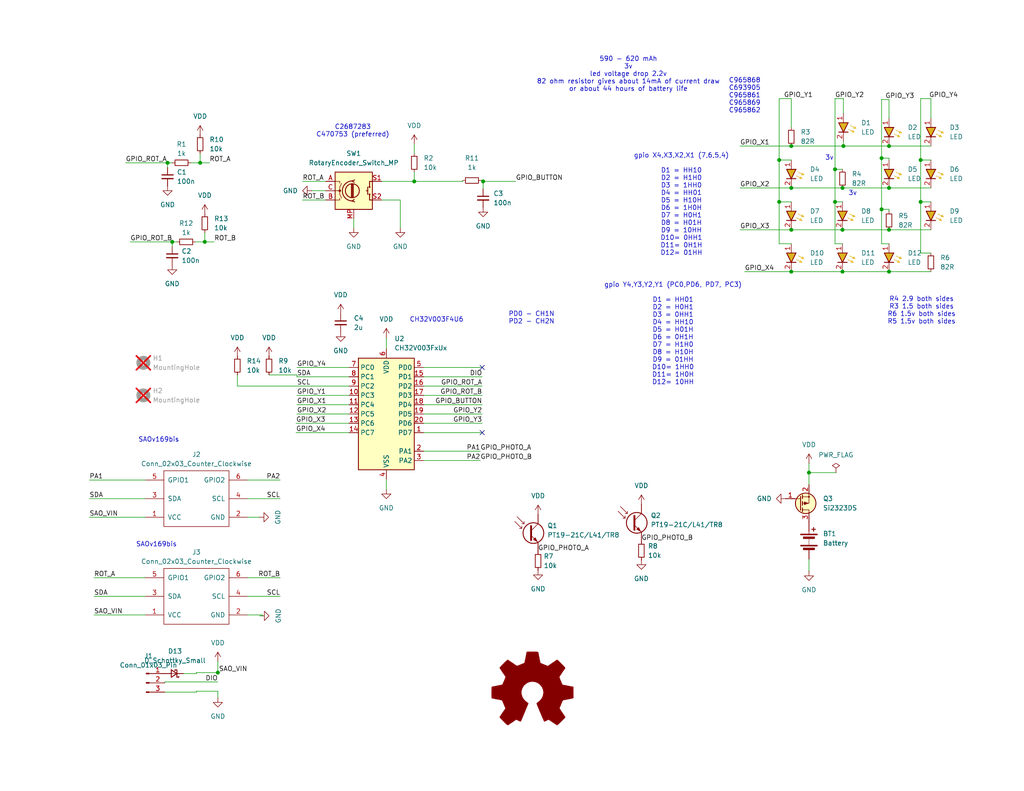
<source format=kicad_sch>
(kicad_sch (version 20231120) (generator "eeschema") (generator_version "8.0")
  (paper "USLetter")
  (title_block (date "2025-01-26"))
  (lib_symbols
    (symbol "Connector:Conn_01x03_Pin" (pin_names (offset 1.016) hide)
      (property "Reference" "J" (at 0 5.08 0))
      (property "Value" "Conn_01x03_Pin" (at 0 -5.08 0))
      (symbol "Conn_01x03_Pin_1_1"
        (pin passive line (at 5.08 2.54 180) (length 3.81) (name "Pin_1") (number "1"))
        (pin passive line (at 5.08 0 180) (length 3.81) (name "Pin_2") (number "2"))
        (pin passive line (at 5.08 -2.54 180) (length 3.81) (name "Pin_3") (number "3"))
      )
    )
    (symbol "Device:Battery" (pin_numbers hide) (pin_names (offset 0) hide)
      (property "Reference" "BT" (at 2.54 2.54 0))
      (property "Value" "Battery" (at 2.54 0 0))
      (symbol "Battery_1_1"
        (pin passive line (at 0 5.08 270) (length 2.54) (name "+") (number "1"))
        (pin passive line (at 0 -5.08 90) (length 2.54) (name "-") (number "2"))
      )
    )
    (symbol "Device:C_Small" (pin_numbers hide) (pin_names (offset 0.254) hide)
      (property "Reference" "C" (at 0.254 1.778 0))
      (property "Value" "C_Small" (at 0.254 -2.032 0))
      (symbol "C_Small_1_1"
        (pin passive line (at 0 2.54 270) (length 2.032) (name "~") (number "1"))
        (pin passive line (at 0 -2.54 90) (length 2.032) (name "~") (number "2"))
      )
    )
    (symbol "Device:D_Schottky_Small" (pin_numbers hide) (pin_names (offset 0.254) hide)
      (property "Reference" "D" (at -1.27 2.032 0))
      (property "Value" "D_Schottky_Small" (at -7.112 -2.032 0))
      (symbol "D_Schottky_Small_1_1"
        (pin passive line (at -2.54 0 0) (length 1.778) (name "K") (number "1"))
        (pin passive line (at 2.54 0 180) (length 1.778) (name "A") (number "2"))
      )
    )
    (symbol "Device:R_Small" (pin_numbers hide) (pin_names (offset 0.254) hide)
      (property "Reference" "R" (at 0.762 0.508 0))
      (property "Value" "R_Small" (at 0.762 -1.016 0))
      (symbol "R_Small_1_1"
        (pin passive line (at 0 2.54 270) (length 0.762) (name "~") (number "1"))
        (pin passive line (at 0 -2.54 90) (length 0.762) (name "~") (number "2"))
      )
    )
    (symbol "Device:RotaryEncoder_Switch_MP" (pin_names (offset 0.254) hide)
      (property "Reference" "SW" (at 0 8.89 0))
      (property "Value" "RotaryEncoder_Switch_MP" (at 0 6.35 0))
      (symbol "RotaryEncoder_Switch_MP_1_1"
        (pin passive line (at -7.62 2.54 0) (length 2.54) (name "A") (number "A"))
        (pin passive line (at -7.62 -2.54 0) (length 2.54) (name "B") (number "B"))
        (pin passive line (at -7.62 0 0) (length 2.54) (name "C") (number "C"))
        (pin passive line (at 0 -7.62 90) (length 2.54) (name "MP") (number "MP"))
        (pin passive line (at 7.62 2.54 180) (length 2.54) (name "S1") (number "S1"))
        (pin passive line (at 7.62 -2.54 180) (length 2.54) (name "S2") (number "S2"))
      )
    )
    (symbol "Graphic:Logo_Open_Hardware_Large" (in_bom no) (on_board no))
    (symbol "MCU_WCH_CH32V0:CH32V003FxUx"
      (property "Reference" "U" (at -7.62 17.78 0))
      (property "Value" "CH32V003FxUx" (at 7.62 17.78 0))
      (symbol "CH32V003FxUx_1_1"
        (pin bidirectional line (at 10.16 -5.08 180) (length 2.54) (name "PD7") (number "1"))
        (pin bidirectional line (at -10.16 5.08 0) (length 2.54) (name "PC3") (number "10"))
        (pin bidirectional line (at -10.16 2.54 0) (length 2.54) (name "PC4") (number "11"))
        (pin bidirectional line (at -10.16 0 0) (length 2.54) (name "PC5") (number "12"))
        (pin bidirectional line (at -10.16 -2.54 0) (length 2.54) (name "PC6") (number "13"))
        (pin bidirectional line (at -10.16 -5.08 0) (length 2.54) (name "PC7") (number "14"))
        (pin bidirectional line (at 10.16 10.16 180) (length 2.54) (name "PD1") (number "15"))
        (pin bidirectional line (at 10.16 7.62 180) (length 2.54) (name "PD2") (number "16"))
        (pin bidirectional line (at 10.16 5.08 180) (length 2.54) (name "PD3") (number "17"))
        (pin bidirectional line (at 10.16 2.54 180) (length 2.54) (name "PD4") (number "18"))
        (pin bidirectional line (at 10.16 0 180) (length 2.54) (name "PD5") (number "19"))
        (pin bidirectional line (at 10.16 -10.16 180) (length 2.54) (name "PA1") (number "2"))
        (pin bidirectional line (at 10.16 -2.54 180) (length 2.54) (name "PD6") (number "20"))
        (pin passive line (at 0 -17.78 90) (length 2.54) hide (name "VSS") (number "21"))
        (pin bidirectional line (at 10.16 -12.7 180) (length 2.54) (name "PA2") (number "3"))
        (pin power_in line (at 0 -17.78 90) (length 2.54) (name "VSS") (number "4"))
        (pin bidirectional line (at 10.16 12.7 180) (length 2.54) (name "PD0") (number "5"))
        (pin power_in line (at 0 17.78 270) (length 2.54) (name "VDD") (number "6"))
        (pin bidirectional line (at -10.16 12.7 0) (length 2.54) (name "PC0") (number "7"))
        (pin bidirectional line (at -10.16 10.16 0) (length 2.54) (name "PC1") (number "8"))
        (pin bidirectional line (at -10.16 7.62 0) (length 2.54) (name "PC2") (number "9"))
      )
    )
    (symbol "Mechanical:MountingHole" (pin_names (offset 1.016))
      (property "Reference" "H" (at 0 5.08 0))
      (property "Value" "MountingHole" (at 0 3.175 0))
    )
    (symbol "PCM_LED_AKL:LED_Generic_Reverse_Amber" (pin_names (offset 1.016) hide)
      (property "Reference" "LED" (at 0 7.62 0))
      (property "Value" "LED_Generic_Reverse_Amber" (at 0 5.08 0))
      (symbol "LED_Generic_Reverse_Amber_1_1"
        (pin passive line (at -3.81 0 0) (length 2.54) (name "A") (number "1"))
        (pin passive line (at 3.81 0 180) (length 2.54) (name "K") (number "2"))
      )
      (symbol "LED_Generic_Reverse_Amber_1_2"
        (pin passive line (at 2.54 2.54 180) (length 0) (name "K") (number "1"))
        (pin passive line (at -2.54 -2.54 0) (length 0) (name "A") (number "2"))
      )
    )
    (symbol "PCM_Transistor_MOSFET_AKL:Si2323DS" (pin_names hide)
      (property "Reference" "Q" (at 5.08 1.27 0))
      (property "Value" "Si2323DS" (at 5.08 -1.27 0))
      (symbol "Si2323DS_1_1"
        (pin input line (at -3.81 1.27 0) (length 2.54) (name "G") (number "1"))
        (pin passive line (at 2.54 5.08 270) (length 2.54) (name "S") (number "2"))
        (pin passive line (at 2.54 -5.08 90) (length 2.54) (name "D") (number "3"))
      )
    )
    (symbol "Sensor_Optical:KPS-3227" (pin_numbers hide)
      (property "Reference" "Q" (at 3.81 1.27 0))
      (property "Value" "KPS-3227" (at 7.62 -1.27 0))
      (symbol "KPS-3227_1_1"
        (pin passive line (at 0 5.08 270) (length 2.54) (name "~") (number "1"))
        (pin passive line (at 0 -5.08 90) (length 2.54) (name "~") (number "2"))
        (pin passive line (at 0 5.08 270) (length 2.54) hide (name "~") (number "3"))
        (pin passive line (at 0 -5.08 90) (length 2.54) hide (name "~") (number "4"))
      )
    )
    (symbol "Simple_Addon_v2:Simple_Addon_v2" (pin_names (offset 1.016))
      (property "Reference" "X" (at 0 0 0))
      (property "Value" "Simple_Addon_v2" (at 0 20.32 0))
      (symbol "Simple_Addon_v2_1_1"
        (pin input line (at -5.08 13.97 270) (length 5.08) (name "VCC") (number "1"))
        (pin input line (at -5.08 -13.97 90) (length 5.08) (name "GND") (number "2"))
        (pin input line (at 0 13.97 270) (length 5.08) (name "SDA") (number "3"))
        (pin input line (at 0 -13.97 90) (length 5.08) (name "SCL") (number "4"))
        (pin input line (at 5.08 13.97 270) (length 5.08) (name "GPIO1") (number "5"))
        (pin input line (at 5.08 -13.97 90) (length 5.08) (name "GPIO2") (number "6"))
      )
    )
    (symbol "power:GND" (power) (pin_numbers hide) (pin_names (offset 0) hide)
      (property "Value" "GND" (at 0 -3.81 0))
      (symbol "GND_1_1"
        (pin power_in line (at 0 0 270) (length 0) (name "~") (number "1"))
      )
    )
    (symbol "power:PWR_FLAG" (power) (pin_numbers hide) (pin_names (offset 0) hide)
      (property "Value" "PWR_FLAG" (at 0 3.81 0))
      (symbol "PWR_FLAG_0_0"
        (pin power_out line (at 0 0 90) (length 0) (name "~") (number "1"))
      )
    )
    (symbol "power:VDD" (power) (pin_numbers hide) (pin_names (offset 0) hide)
      (property "Value" "VDD" (at 0 3.556 0))
      (symbol "VDD_1_1"
        (pin power_in line (at 0 0 90) (length 0) (name "~") (number "1"))
      )
    )
  )
  (junction (at 229.87 74.168))
  (junction (at 240.538 43.18))
  (junction (at 242.57 74.168))
  (junction (at 230.124 39.878))
  (junction (at 212.598 55.118))
  (junction (at 242.57 62.738))
  (junction (at 227.838 55.118))
  (junction (at 215.9 62.738))
  (junction (at 46.99 66.04))
  (junction (at 251.206 55.118))
  (junction (at 229.87 51.308))
  (junction (at 242.57 39.878))
  (junction (at 55.88 66.04))
  (junction (at 215.9 74.168))
  (junction (at 131.826 49.53))
  (junction (at 54.61 44.45))
  (junction (at 45.72 44.45))
  (junction (at 113.03 49.53))
  (junction (at 212.598 43.688))
  (junction (at 215.9 39.878))
  (junction (at 251.206 43.688))
  (junction (at 240.538 57.15))
  (junction (at 59.436 183.642))
  (junction (at 215.9 51.308))
  (junction (at 227.838 46.228))
  (junction (at 220.726 129.032))
  (junction (at 242.57 51.308))
  (junction (at 229.87 62.738))
  (no_connect (at 131.572 100.33))
  (no_connect (at 131.572 118.11))
  (wire (pts (xy 131.318 49.276) (xy 131.826 49.276)))
  (wire (pts (xy 95.25 100.33) (xy 81.026 100.33)))
  (wire (pts (xy 115.57 102.87) (xy 131.572 102.87)))
  (wire (pts (xy 67.564 136.144) (xy 76.454 136.144)))
  (wire (pts (xy 59.436 188.722) (xy 59.436 190.5)))
  (wire (pts (xy 251.206 55.118) (xy 251.206 43.688)))
  (wire (pts (xy 113.03 49.53) (xy 113.03 46.99)))
  (wire (pts (xy 227.838 66.548) (xy 227.838 55.118)))
  (wire (pts (xy 95.25 107.95) (xy 81.026 107.95)))
  (wire (pts (xy 131.826 49.276) (xy 131.826 49.53)))
  (wire (pts (xy 212.598 55.118) (xy 212.598 43.688)))
  (wire (pts (xy 131.572 113.03) (xy 115.57 113.03)))
  (wire (pts (xy 215.9 55.118) (xy 212.598 55.118)))
  (wire (pts (xy 113.03 49.53) (xy 126.238 49.53)))
  (wire (pts (xy 230.124 39.878) (xy 242.57 39.878)))
  (wire (pts (xy 44.958 188.976) (xy 53.594 188.976)))
  (wire (pts (xy 215.9 39.878) (xy 230.124 39.878)))
  (wire (pts (xy 215.9 66.548) (xy 212.598 66.548)))
  (wire (pts (xy 220.726 155.956) (xy 220.726 152.654)))
  (wire (pts (xy 240.538 27.178) (xy 242.57 27.178)))
  (wire (pts (xy 67.564 141.224) (xy 70.739 141.224)))
  (wire (pts (xy 240.538 57.15) (xy 240.538 43.18)))
  (wire (pts (xy 71.628 168.148) (xy 71.628 167.894)))
  (wire (pts (xy 34.29 44.45) (xy 45.72 44.45)))
  (wire (pts (xy 115.57 115.57) (xy 131.572 115.57)))
  (wire (pts (xy 242.57 57.15) (xy 240.538 57.15)))
  (wire (pts (xy 82.55 54.61) (xy 88.9 54.61)))
  (wire (pts (xy 53.594 188.976) (xy 53.594 188.722)))
  (wire (pts (xy 227.838 55.118) (xy 227.838 46.228)))
  (wire (pts (xy 215.9 51.308) (xy 229.87 51.308)))
  (wire (pts (xy 242.57 62.738) (xy 254 62.738)))
  (wire (pts (xy 67.564 162.814) (xy 76.454 162.814)))
  (wire (pts (xy 64.77 105.41) (xy 64.77 102.362)))
  (wire (pts (xy 126.238 49.53) (xy 126.238 49.276)))
  (wire (pts (xy 95.25 118.11) (xy 80.772 118.11)))
  (wire (pts (xy 131.572 100.33) (xy 115.57 100.33)))
  (wire (pts (xy 251.206 43.688) (xy 251.206 26.924)))
  (wire (pts (xy 242.57 51.308) (xy 254 51.308)))
  (wire (pts (xy 24.384 131.064) (xy 39.624 131.064)))
  (wire (pts (xy 81.026 102.362) (xy 81.026 102.87)))
  (wire (pts (xy 59.436 183.642) (xy 59.69 183.642)))
  (wire (pts (xy 254 43.688) (xy 251.206 43.688)))
  (wire (pts (xy 53.594 183.896) (xy 53.594 183.642)))
  (wire (pts (xy 212.598 43.688) (xy 212.598 26.924)))
  (wire (pts (xy 212.598 66.548) (xy 212.598 55.118)))
  (wire (pts (xy 104.14 54.61) (xy 109.22 54.61)))
  (wire (pts (xy 95.25 115.57) (xy 80.772 115.57)))
  (wire (pts (xy 95.25 102.87) (xy 81.026 102.87)))
  (wire (pts (xy 240.538 43.18) (xy 240.538 27.178)))
  (wire (pts (xy 104.14 49.53) (xy 113.03 49.53)))
  (wire (pts (xy 215.9 62.738) (xy 229.87 62.738)))
  (wire (pts (xy 131.572 118.11) (xy 115.57 118.11)))
  (wire (pts (xy 227.838 46.228) (xy 227.838 26.924)))
  (wire (pts (xy 220.726 132.334) (xy 220.726 129.032)))
  (wire (pts (xy 95.25 113.03) (xy 81.026 113.03)))
  (wire (pts (xy 115.57 105.41) (xy 131.572 105.41)))
  (wire (pts (xy 59.436 180.594) (xy 59.436 183.642)))
  (wire (pts (xy 242.57 66.548) (xy 240.538 66.548)))
  (wire (pts (xy 229.87 66.548) (xy 227.838 66.548)))
  (wire (pts (xy 85.09 52.07) (xy 88.9 52.07)))
  (wire (pts (xy 50.038 183.896) (xy 53.594 183.896)))
  (wire (pts (xy 67.564 131.064) (xy 76.454 131.064)))
  (wire (pts (xy 73.406 102.362) (xy 81.026 102.362)))
  (wire (pts (xy 254 32.258) (xy 254 26.924)))
  (wire (pts (xy 242.57 39.878) (xy 254 39.878)))
  (wire (pts (xy 67.564 157.734) (xy 76.454 157.734)))
  (wire (pts (xy 53.34 66.04) (xy 55.88 66.04)))
  (wire (pts (xy 227.838 26.924) (xy 230.124 26.924)))
  (wire (pts (xy 242.57 57.658) (xy 242.57 57.15)))
  (wire (pts (xy 220.726 126.492) (xy 220.726 129.032)))
  (wire (pts (xy 57.15 44.45) (xy 54.61 44.45)))
  (wire (pts (xy 45.72 45.72) (xy 45.72 44.45)))
  (wire (pts (xy 25.654 167.894) (xy 39.624 167.894)))
  (wire (pts (xy 215.9 26.924) (xy 215.9 34.798)))
  (wire (pts (xy 113.03 39.37) (xy 113.03 41.91)))
  (wire (pts (xy 71.628 167.894) (xy 67.564 167.894)))
  (wire (pts (xy 220.726 129.032) (xy 228.092 129.032)))
  (wire (pts (xy 229.87 51.308) (xy 242.57 51.308)))
  (wire (pts (xy 201.93 39.878) (xy 215.9 39.878)))
  (wire (pts (xy 201.93 51.308) (xy 215.9 51.308)))
  (wire (pts (xy 212.598 26.924) (xy 215.9 26.924)))
  (wire (pts (xy 53.594 188.722) (xy 59.436 188.722)))
  (wire (pts (xy 24.384 136.144) (xy 39.624 136.144)))
  (wire (pts (xy 254 55.118) (xy 251.206 55.118)))
  (wire (pts (xy 242.57 27.178) (xy 242.57 32.258)))
  (wire (pts (xy 251.206 69.088) (xy 251.206 55.118)))
  (wire (pts (xy 140.716 49.53) (xy 131.826 49.53)))
  (wire (pts (xy 46.99 66.04) (xy 48.26 66.04)))
  (wire (pts (xy 64.77 105.41) (xy 95.25 105.41)))
  (wire (pts (xy 229.87 62.738) (xy 242.57 62.738)))
  (wire (pts (xy 24.384 141.224) (xy 39.624 141.224)))
  (wire (pts (xy 215.9 74.168) (xy 229.87 74.168)))
  (wire (pts (xy 242.57 43.688) (xy 242.57 43.18)))
  (wire (pts (xy 105.41 130.81) (xy 105.41 133.604)))
  (wire (pts (xy 251.206 26.924) (xy 254 26.924)))
  (wire (pts (xy 131.572 107.95) (xy 115.57 107.95)))
  (wire (pts (xy 203.2 74.168) (xy 215.9 74.168)))
  (wire (pts (xy 215.9 43.688) (xy 212.598 43.688)))
  (wire (pts (xy 240.538 66.548) (xy 240.538 57.15)))
  (wire (pts (xy 54.61 44.45) (xy 54.61 41.91)))
  (wire (pts (xy 131.826 49.53) (xy 131.826 51.562)))
  (wire (pts (xy 55.88 66.04) (xy 55.88 63.5)))
  (wire (pts (xy 201.93 62.738) (xy 215.9 62.738)))
  (wire (pts (xy 109.22 54.61) (xy 109.22 62.23)))
  (wire (pts (xy 229.87 46.228) (xy 227.838 46.228)))
  (wire (pts (xy 58.42 66.04) (xy 55.88 66.04)))
  (wire (pts (xy 45.72 44.45) (xy 46.99 44.45)))
  (wire (pts (xy 230.124 38.608) (xy 230.124 39.878)))
  (wire (pts (xy 82.55 49.53) (xy 88.9 49.53)))
  (wire (pts (xy 131.064 125.73) (xy 115.57 125.73)))
  (wire (pts (xy 230.124 30.988) (xy 230.124 26.924)))
  (wire (pts (xy 71.628 168.148) (xy 70.866 168.148)))
  (wire (pts (xy 44.958 186.182) (xy 44.958 186.436)))
  (wire (pts (xy 44.958 186.182) (xy 59.436 186.182)))
  (wire (pts (xy 46.99 67.31) (xy 46.99 66.04)))
  (wire (pts (xy 229.87 55.118) (xy 227.838 55.118)))
  (wire (pts (xy 229.87 74.168) (xy 242.57 74.168)))
  (wire (pts (xy 53.594 183.642) (xy 59.436 183.642)))
  (wire (pts (xy 95.25 110.49) (xy 81.026 110.49)))
  (wire (pts (xy 96.52 59.69) (xy 96.52 62.23)))
  (wire (pts (xy 115.57 110.49) (xy 131.572 110.49)))
  (wire (pts (xy 52.07 44.45) (xy 54.61 44.45)))
  (wire (pts (xy 25.654 162.814) (xy 39.624 162.814)))
  (wire (pts (xy 254 69.088) (xy 251.206 69.088)))
  (wire (pts (xy 131.064 123.19) (xy 115.57 123.19)))
  (wire (pts (xy 242.57 74.168) (xy 254 74.168)))
  (wire (pts (xy 242.57 43.18) (xy 240.538 43.18)))
  (wire (pts (xy 105.41 92.202) (xy 105.41 95.25)))
  (wire (pts (xy 25.654 157.734) (xy 39.624 157.734)))
  (wire (pts (xy 35.56 66.04) (xy 46.99 66.04)))
  (text "SAOv169bis" (at 37.084 149.479 0) (effects (font (size 1.27 1.27)) (justify left bottom)))
  (text "PD0 - CH1N\nPD2 - CH2N" (at 145.034 86.868 0) (effects (font (size 1.27 1.27))))
  (text "SAOv169bis" (at 37.719 120.904 0) (effects (font (size 1.27 1.27)) (justify left bottom)))
  (text "R4 2.9 both sides\nR3 1.5 both sides\nR6 1.5v both sides\nR5 1.5v both sides" (at 251.46 84.836 0) (effects (font (size 1.27 1.27))))
  (text "gpio Y4,Y3,Y2,Y1 (PC0,PD6, PD7, PC3)\n\nD1 = HH01\nD2 = H0H1\nD3 = 0HH1\nD4 = HH10\nD5 = H01H\nD6 = 0H1H\nD7 = H1H0\nD8 = H10H\nD9 = 01HH\nD10= 1HH0\nD11= 1H0H\nD12= 10HH\n" (at 183.642 91.186 0) (effects (font (size 1.27 1.27))))
  (text "C965868\nC693905\nC965861\nC965869\nC965862\n" (at 203.2 26.162 0) (effects (font (size 1.27 1.27))))
  (text "3v" (at 232.664 52.832 0) (effects (font (size 1.27 1.27))))
  (text "590 - 620 mAh\n3v\nled voltage drop 2.2v\n82 ohm resistor gives about 14mA of current draw\nor about 44 hours of battery life\n" (at 171.45 20.32 0) (effects (font (size 1.27 1.27))))
  (text "gpio X4,X3,X2,X1 (7,6,5,4)\n\nD1 = HH10\nD2 = H1H0\nD3 = 1HH0\nD4 = HH01\nD5 = H10H\nD6 = 1H0H\nD7 = H0H1\nD8 = H01H\nD9 = 10HH\nD10= 0HH1\nD11= 0H1H\nD12= 01HH\n" (at 185.928 55.88 0) (effects (font (size 1.27 1.27))))
  (text "3v" (at 226.314 43.18 0) (effects (font (size 1.27 1.27))))
  (text "C2687283\nC470753 (preferred)" (at 96.266 35.814 0) (effects (font (size 1.27 1.27))))
  (text "CH32V003F4U6" (at 119.126 87.376 0) (effects (font (size 1.27 1.27))))
  (label "SDA" (at 25.654 162.814 0))
  (label "ROT_A" (at 25.654 157.734 0))
  (label "GPIO_X1" (at 201.93 39.878 0))
  (label "ROT_B" (at 76.454 157.734 180))
  (label "SDA" (at 81.026 102.87 0))
  (label "GPIO_X2" (at 201.93 51.308 0))
  (label "GPIO_Y2" (at 131.572 113.03 180))
  (label "GPIO_X1" (at 81.026 110.49 0))
  (label "PA2" (at 76.454 131.064 180))
  (label "ROT_B" (at 82.55 54.61 0))
  (label "GPIO_X3" (at 80.772 115.57 0))
  (label "SAO_VIN" (at 25.654 167.894 0))
  (label "GPIO_Y1" (at 213.868 26.924 0))
  (label "SCL" (at 76.454 162.814 180))
  (label "PA1" (at 131.064 123.19 180))
  (label "GPIO_Y2" (at 227.838 26.924 0))
  (label "DIO" (at 59.436 186.182 180))
  (label "GPIO_PHOTO_B" (at 131.064 125.73 0))
  (label "GPIO_X4" (at 80.772 118.11 0))
  (label "GPIO_X3" (at 201.93 62.738 0))
  (label "PA1" (at 24.384 131.064 0))
  (label "GPIO_PHOTO_A" (at 131.064 123.19 0))
  (label "GPIO_PHOTO_B" (at 175.006 147.828 0))
  (label "GPIO_ROT_A" (at 131.572 105.41 180))
  (label "GPIO_BUTTON" (at 140.716 49.53 0))
  (label "GPIO_ROT_B" (at 35.56 66.04 0))
  (label "ROT_A" (at 82.55 49.53 0))
  (label "SAO_VIN" (at 59.69 183.642 0))
  (label "GPIO_PHOTO_A" (at 146.812 150.622 0))
  (label "ROT_B" (at 58.42 66.04 0))
  (label "GPIO_Y4" (at 253.492 26.924 0))
  (label "SCL" (at 81.026 105.41 0))
  (label "GPIO_Y1" (at 81.026 107.95 0))
  (label "DIO" (at 131.572 102.87 180))
  (label "GPIO_Y3" (at 241.554 27.178 0))
  (label "GPIO_X4" (at 203.2 74.168 0))
  (label "GPIO_Y4" (at 81.026 100.33 0))
  (label "ROT_A" (at 57.15 44.45 0))
  (label "GPIO_ROT_B" (at 131.572 107.95 180))
  (label "SAO_VIN" (at 24.384 141.224 0))
  (label "GPIO_BUTTON" (at 131.572 110.49 180))
  (label "GPIO_X2" (at 81.026 113.03 0))
  (label "SDA" (at 24.384 136.144 0))
  (label "GPIO_ROT_A" (at 34.29 44.45 0))
  (label "PA2" (at 131.064 125.73 180))
  (label "GPIO_Y3" (at 131.572 115.57 180))
  (label "SCL" (at 76.454 136.144 180))
  (symbol (lib_id "PCM_LED_AKL:LED_Generic_Reverse_Amber") (at 242.57 36.068 270) (unit 1)
    (property "Reference" "D2" (at 247.65 34.7979 90) (effects (justify left)))
    (property "Value" "LED" (at 247.65 37.3379 90) (effects (justify left)))
    (property "Footprint" "footprints:LED_0805_APA1606_1.6x0.6mm_Horizontal" (effects (hide yes)))
    (property "Description" "Amber LED, generic symbol, Alternate KiCad Library" (effects (hide yes)))
    (property "LCSC" "C693905" (effects (hide yes)))
  )
  (symbol (lib_id "power:GND") (at 109.22 62.23 0) (unit 1)
    (property "Reference" "#PWR03" (effects (hide yes)))
    (property "Value" "GND" (at 109.22 67.31 0))
    (property "Description" "Power symbol creates a global label with name \"GND\" , ground" (effects (hide yes)))
  )
  (symbol (lib_id "power:GND") (at 46.99 72.39 0) (unit 1)
    (property "Reference" "#PWR06" (effects (hide yes)))
    (property "Value" "GND" (at 46.99 77.47 0))
    (property "Description" "Power symbol creates a global label with name \"GND\" , ground" (effects (hide yes)))
  )
  (symbol (lib_id "Device:R_Small") (at 146.812 153.162 0) (unit 1)
    (property "Reference" "R7" (at 148.336 151.8919 0) (effects (justify left)))
    (property "Value" "10k" (at 148.336 154.4319 0) (effects (justify left)))
    (property "Footprint" "Resistor_SMD:R_0402_1005Metric" (effects (hide yes)))
    (property "Description" "Resistor, small symbol" (effects (hide yes)))
    (property "LCSC" "C60490" (effects (hide yes)))
  )
  (symbol (lib_id "power:VDD") (at 64.77 97.282 0) (unit 1)
    (property "Reference" "#PWR025" (effects (hide yes)))
    (property "Value" "VDD" (at 64.77 92.202 0))
    (property "Description" "Power symbol creates a global label with name \"VDD\"" (effects (hide yes)))
  )
  (symbol (lib_id "power:GND") (at 131.826 56.642 0) (unit 1)
    (property "Reference" "#PWR013" (effects (hide yes)))
    (property "Value" "GND" (at 131.826 61.722 0))
    (property "Description" "Power symbol creates a global label with name \"GND\" , ground" (effects (hide yes)))
  )
  (symbol (lib_id "PCM_LED_AKL:LED_Generic_Reverse_Amber") (at 230.124 34.798 270) (unit 1)
    (property "Reference" "D1" (at 234.95 33.5279 90) (effects (justify left)))
    (property "Value" "LED" (at 234.95 36.0679 90) (effects (justify left)))
    (property "Footprint" "footprints:LED_0805_APA1606_1.6x0.6mm_Horizontal" (effects (hide yes)))
    (property "Description" "Amber LED, generic symbol, Alternate KiCad Library" (effects (hide yes)))
    (property "LCSC" "C693905" (effects (hide yes)))
  )
  (symbol (lib_id "Device:C_Small") (at 131.826 54.102 0) (unit 1)
    (property "Reference" "C3" (at 134.62 52.8382 0) (effects (justify left)))
    (property "Value" "100n" (at 134.62 55.3782 0) (effects (justify left)))
    (property "Footprint" "Capacitor_SMD:C_0402_1005Metric" (effects (hide yes)))
    (property "Description" "Unpolarized capacitor, small symbol" (effects (hide yes)))
    (property "LCSC" "C1525" (effects (hide yes)))
  )
  (symbol (lib_id "Device:R_Small") (at 215.9 37.338 0) (unit 1)
    (property "Reference" "R3" (at 218.44 36.0679 0) (effects (justify left)))
    (property "Value" "82R" (at 218.44 38.6079 0) (effects (justify left)))
    (property "Footprint" "Resistor_SMD:R_0402_1005Metric" (effects (hide yes)))
    (property "Description" "Resistor, small symbol" (effects (hide yes)))
    (property "LCSC" "C163453" (effects (hide yes)))
  )
  (symbol (lib_id "PCM_LED_AKL:LED_Generic_Reverse_Amber") (at 229.87 58.928 270) (unit 1)
    (property "Reference" "D8" (at 234.95 57.6579 90) (effects (justify left)))
    (property "Value" "LED" (at 234.95 60.1979 90) (effects (justify left)))
    (property "Footprint" "footprints:LED_0805_APA1606_1.6x0.6mm_Horizontal" (effects (hide yes)))
    (property "Description" "Amber LED, generic symbol, Alternate KiCad Library" (effects (hide yes)))
    (property "LCSC" "C693905" (effects (hide yes)))
  )
  (symbol (lib_id "PCM_LED_AKL:LED_Generic_Reverse_Amber") (at 254 58.928 270) (unit 1)
    (property "Reference" "D9" (at 259.08 57.6579 90) (effects (justify left)))
    (property "Value" "LED" (at 259.08 60.1979 90) (effects (justify left)))
    (property "Footprint" "footprints:LED_0805_APA1606_1.6x0.6mm_Horizontal" (effects (hide yes)))
    (property "Description" "Amber LED, generic symbol, Alternate KiCad Library" (effects (hide yes)))
    (property "LCSC" "C693905" (effects (hide yes)))
  )
  (symbol (lib_id "power:GND") (at 96.52 62.23 0) (unit 1)
    (property "Reference" "#PWR01" (effects (hide yes)))
    (property "Value" "GND" (at 96.52 67.31 0))
    (property "Description" "Power symbol creates a global label with name \"GND\" , ground" (effects (hide yes)))
  )
  (symbol (lib_id "power:GND") (at 59.436 190.5 0) (unit 1)
    (property "Reference" "#PWR016" (effects (hide yes)))
    (property "Value" "GND" (at 59.436 195.58 0))
    (property "Description" "Power symbol creates a global label with name \"GND\" , ground" (effects (hide yes)))
  )
  (symbol (lib_id "Simple_Addon_v2:Simple_Addon_v2") (at 53.594 136.144 90) (unit 1)
    (property "Reference" "J2" (at 53.594 124.079 90))
    (property "Value" "Conn_02x03_Counter_Clockwise" (at 53.594 126.619 90))
    (property "Footprint" "Simple_Addon_v2:Simple_Addon_v2-BADGE-2x3" (effects (hide yes)))
    (property "LCSC" "C92272" (effects (hide yes)))
  )
  (symbol (lib_id "PCM_Transistor_MOSFET_AKL:Si2323DS") (at 218.186 137.414 0) (unit 1)
    (property "Reference" "Q3" (at 224.536 136.1439 0) (effects (justify left)))
    (property "Value" "Si2323DS" (at 224.536 138.6839 0) (effects (justify left)))
    (property "Footprint" "PCM_Package_TO_SOT_SMD_AKL:SOT-23" (effects (hide yes)))
    (property "Datasheet" "https://www.tme.eu/Document/d8e01dd5bf2cb7c72a3df62d79c95bb8/SI2323DS-T1-E3.pdf" (effects (hide yes)))
    (property "Description" "SOT-23 P-MOSFET enchancement mode transistor, 20V, 3.7A, 0.75W, Alternate KiCAD Library" (effects (hide yes)))
    (property "LCSC" "C347476" (effects (hide yes)))
  )
  (symbol (lib_id "Mechanical:MountingHole") (at 39.116 99.06 0) (unit 1) (dnp yes)
    (property "Reference" "H1" (at 41.656 97.7899 0) (effects (justify left)))
    (property "Value" "MountingHole" (at 41.656 100.3299 0) (effects (justify left)))
    (property "Footprint" "Badge:MountingHole_4.3mm_M4_11mm_slot" (effects (hide yes)))
    (property "Description" "Mounting Hole without connection" (effects (hide yes)))
  )
  (symbol (lib_id "PCM_LED_AKL:LED_Generic_Reverse_Amber") (at 215.9 58.928 270) (unit 1)
    (property "Reference" "D7" (at 220.98 57.6579 90) (effects (justify left)))
    (property "Value" "LED" (at 220.98 60.1979 90) (effects (justify left)))
    (property "Footprint" "footprints:LED_0805_APA1606_1.6x0.6mm_Horizontal" (effects (hide yes)))
    (property "Description" "Amber LED, generic symbol, Alternate KiCad Library" (effects (hide yes)))
    (property "LCSC" "C693905" (effects (hide yes)))
  )
  (symbol (lib_id "power:GND") (at 45.72 50.8 0) (unit 1)
    (property "Reference" "#PWR05" (effects (hide yes)))
    (property "Value" "GND" (at 45.72 55.88 0))
    (property "Description" "Power symbol creates a global label with name \"GND\" , ground" (effects (hide yes)))
  )
  (symbol (lib_id "PCM_LED_AKL:LED_Generic_Reverse_Amber") (at 215.9 47.498 270) (unit 1)
    (property "Reference" "D4" (at 220.98 46.2279 90) (effects (justify left)))
    (property "Value" "LED" (at 220.98 48.7679 90) (effects (justify left)))
    (property "Footprint" "footprints:LED_0805_APA1606_1.6x0.6mm_Horizontal" (effects (hide yes)))
    (property "Description" "Amber LED, generic symbol, Alternate KiCad Library" (effects (hide yes)))
    (property "LCSC" "C693905" (effects (hide yes)))
  )
  (symbol (lib_id "Device:R_Small") (at 64.77 99.822 0) (unit 1)
    (property "Reference" "R14" (at 67.31 98.5519 0) (effects (justify left)))
    (property "Value" "10k" (at 67.31 101.0919 0) (effects (justify left)))
    (property "Footprint" "Resistor_SMD:R_0402_1005Metric" (effects (hide yes)))
    (property "Description" "Resistor, small symbol" (effects (hide yes)))
    (property "LCSC" "C60490" (effects (hide yes)))
  )
  (symbol (lib_id "power:GND") (at 70.739 141.224 90) (unit 1)
    (property "Reference" "#PWR018" (effects (hide yes)))
    (property "Value" "GND" (at 75.819 141.224 0))
  )
  (symbol (lib_id "Device:R_Small") (at 242.57 60.198 0) (unit 1)
    (property "Reference" "R5" (at 245.11 58.9279 0) (effects (justify left)))
    (property "Value" "82R" (at 245.11 61.4679 0) (effects (justify left)))
    (property "Footprint" "Resistor_SMD:R_0402_1005Metric" (effects (hide yes)))
    (property "Description" "Resistor, small symbol" (effects (hide yes)))
    (property "LCSC" "C163453" (effects (hide yes)))
  )
  (symbol (lib_id "power:VDD") (at 92.964 85.598 0) (unit 1)
    (property "Reference" "#PWR023" (effects (hide yes)))
    (property "Value" "VDD" (at 92.964 80.518 0))
    (property "Description" "Power symbol creates a global label with name \"VDD\"" (effects (hide yes)))
  )
  (symbol (lib_id "Device:C_Small") (at 46.99 69.85 0) (unit 1)
    (property "Reference" "C2" (at 49.53 68.5862 0) (effects (justify left)))
    (property "Value" "100n" (at 49.53 71.1262 0) (effects (justify left)))
    (property "Footprint" "Capacitor_SMD:C_0402_1005Metric" (effects (hide yes)))
    (property "Description" "Unpolarized capacitor, small symbol" (effects (hide yes)))
    (property "LCSC" "C1525" (effects (hide yes)))
  )
  (symbol (lib_id "power:VDD") (at 146.812 140.462 0) (unit 1)
    (property "Reference" "#PWR014" (effects (hide yes)))
    (property "Value" "VDD" (at 146.812 135.382 0))
    (property "Description" "Power symbol creates a global label with name \"VDD\"" (effects (hide yes)))
  )
  (symbol (lib_id "Sensor_Optical:KPS-3227") (at 175.006 142.748 0) (unit 1)
    (property "Reference" "Q2" (at 177.546 140.7286 0) (effects (justify left)))
    (property "Value" "PT19-21C/L41/TR8" (at 177.546 143.2686 0) (effects (justify left)))
    (property "Footprint" "Diode_SMD:D_0603_1608Metric" (effects (hide yes)))
    (property "Datasheet" "https://www.kingbright.com/attachments/file/psearch/000/00/00/KPS-3227SP1C(Ver.16).pdf" (effects (hide yes)))
    (property "Description" "Ambient light NPN phototransistor, KPS-3227" (effects (hide yes)))
    (property "LCSC" "C20416370" (effects (hide yes)))
  )
  (symbol (lib_id "Device:R_Small") (at 128.778 49.276 90) (unit 1)
    (property "Reference" "R11" (at 128.778 43.18 90))
    (property "Value" "1k" (at 128.778 45.72 90))
    (property "Footprint" "Resistor_SMD:R_0402_1005Metric" (effects (hide yes)))
    (property "Description" "Resistor, small symbol" (effects (hide yes)))
    (property "LCSC" "C106235" (effects (hide yes)))
  )
  (symbol (lib_id "Device:R_Small") (at 229.87 48.768 0) (unit 1)
    (property "Reference" "R4" (at 232.41 47.4979 0) (effects (justify left)))
    (property "Value" "82R" (at 232.41 50.0379 0) (effects (justify left)))
    (property "Footprint" "Resistor_SMD:R_0402_1005Metric" (effects (hide yes)))
    (property "Description" "Resistor, small symbol" (effects (hide yes)))
    (property "LCSC" "C163453" (effects (hide yes)))
  )
  (symbol (lib_id "Sensor_Optical:KPS-3227") (at 146.812 145.542 0) (unit 1)
    (property "Reference" "Q1" (at 149.352 143.5226 0) (effects (justify left)))
    (property "Value" "PT19-21C/L41/TR8" (at 149.352 146.0626 0) (effects (justify left)))
    (property "Footprint" "Diode_SMD:D_0603_1608Metric" (effects (hide yes)))
    (property "Datasheet" "https://www.kingbright.com/attachments/file/psearch/000/00/00/KPS-3227SP1C(Ver.16).pdf" (effects (hide yes)))
    (property "Description" "Ambient light NPN phototransistor, KPS-3227" (effects (hide yes)))
    (property "LCSC" "C20416370" (effects (hide yes)))
  )
  (symbol (lib_id "Device:D_Schottky_Small") (at 47.498 183.896 180) (unit 1)
    (property "Reference" "D13" (at 47.752 177.8 0))
    (property "Value" "D_Schottky_Small" (at 47.752 180.34 0))
    (property "Footprint" "Diode_SMD:D_SOD-323_HandSoldering" (effects (hide yes)))
    (property "Description" "Schottky diode, small symbol" (effects (hide yes)))
    (property "LCSC" "C146335" (effects (hide yes)))
  )
  (symbol (lib_id "power:GND") (at 85.09 52.07 270) (unit 1)
    (property "Reference" "#PWR02" (effects (hide yes)))
    (property "Value" "GND" (at 81.28 52.0699 90) (effects (justify right)))
    (property "Description" "Power symbol creates a global label with name \"GND\" , ground" (effects (hide yes)))
  )
  (symbol (lib_id "PCM_LED_AKL:LED_Generic_Reverse_Amber") (at 254 36.068 270) (unit 1)
    (property "Reference" "D3" (at 259.08 34.7979 90) (effects (justify left)))
    (property "Value" "LED" (at 259.08 37.3379 90) (effects (justify left)))
    (property "Footprint" "footprints:LED_0805_APA1606_1.6x0.6mm_Horizontal" (effects (hide yes)))
    (property "Description" "Amber LED, generic symbol, Alternate KiCad Library" (effects (hide yes)))
    (property "LCSC" "C693905" (effects (hide yes)))
  )
  (symbol (lib_id "power:VDD") (at 105.41 92.202 0) (unit 1)
    (property "Reference" "#PWR011" (effects (hide yes)))
    (property "Value" "VDD" (at 105.41 87.122 0))
    (property "Description" "Power symbol creates a global label with name \"VDD\"" (effects (hide yes)))
  )
  (symbol (lib_id "power:VDD") (at 54.61 36.83 0) (unit 1)
    (property "Reference" "#PWR07" (effects (hide yes)))
    (property "Value" "VDD" (at 54.61 31.75 0))
    (property "Description" "Power symbol creates a global label with name \"VDD\"" (effects (hide yes)))
  )
  (symbol (lib_id "power:GND") (at 214.376 136.144 270) (unit 1)
    (property "Reference" "#PWR026" (effects (hide yes)))
    (property "Value" "GND" (at 210.566 136.1439 90) (effects (justify right)))
    (property "Description" "Power symbol creates a global label with name \"GND\" , ground" (effects (hide yes)))
  )
  (symbol (lib_id "power:GND") (at 175.006 152.908 0) (unit 1)
    (property "Reference" "#PWR04" (effects (hide yes)))
    (property "Value" "GND" (at 175.006 157.988 0))
    (property "Description" "Power symbol creates a global label with name \"GND\" , ground" (effects (hide yes)))
  )
  (symbol (lib_id "MCU_WCH_CH32V0:CH32V003FxUx") (at 105.41 113.03 0) (unit 1)
    (property "Reference" "U2" (at 107.6041 92.456 0) (effects (justify left)))
    (property "Value" "CH32V003FxUx" (at 107.6041 94.996 0) (effects (justify left)))
    (property "Footprint" "Package_DFN_QFN:QFN-20-1EP_3x3mm_P0.4mm_EP1.65x1.65mm" (effects (hide yes)))
    (property "Datasheet" "https://www.wch-ic.com/products/CH32V003.html" (effects (hide yes)))
    (property "Description" "CH32V003 series are industrial-grade general-purpose microcontrollers designed based on 32-bit RISC-V instruction set and architecture. It adopts QingKe V2A core, RV32EC instruction set, and supports 2 levels of interrupt nesting. The series are mounted with rich peripheral interfaces and function modules. Its internal organizational structure meets the low-cost and low-power embedded application scenarios." (effects (hide yes)))
    (property "LCSC" "C5299908" (effects (hide yes)))
  )
  (symbol (lib_id "Graphic:Logo_Open_Hardware_Large") (at 145.288 189.23 0) (unit 1) (exclude_from_sim yes) (in_bom no) (on_board no)
    (property "Reference" "#SYM1" (effects (hide yes)))
    (property "Value" "Logo_Open_Hardware_Large" (effects (hide yes)))
    (property "Description" "Open Hardware logo, large" (effects (hide yes)))
  )
  (symbol (lib_id "PCM_LED_AKL:LED_Generic_Reverse_Amber") (at 242.57 47.498 270) (unit 1)
    (property "Reference" "D5" (at 247.65 46.2279 90) (effects (justify left)))
    (property "Value" "LED" (at 247.65 48.7679 90) (effects (justify left)))
    (property "Footprint" "footprints:LED_0805_APA1606_1.6x0.6mm_Horizontal" (effects (hide yes)))
    (property "Description" "Amber LED, generic symbol, Alternate KiCad Library" (effects (hide yes)))
    (property "LCSC" "C693905" (effects (hide yes)))
  )
  (symbol (lib_id "power:GND") (at 146.812 155.702 0) (unit 1)
    (property "Reference" "#PWR010" (effects (hide yes)))
    (property "Value" "GND" (at 146.812 160.782 0))
    (property "Description" "Power symbol creates a global label with name \"GND\" , ground" (effects (hide yes)))
  )
  (symbol (lib_id "power:GND") (at 92.964 90.678 0) (unit 1)
    (property "Reference" "#PWR020" (effects (hide yes)))
    (property "Value" "GND" (at 92.964 95.758 0))
    (property "Description" "Power symbol creates a global label with name \"GND\" , ground" (effects (hide yes)))
  )
  (symbol (lib_id "power:VDD") (at 113.03 39.37 0) (unit 1)
    (property "Reference" "#PWR09" (effects (hide yes)))
    (property "Value" "VDD" (at 113.03 34.29 0))
    (property "Description" "Power symbol creates a global label with name \"VDD\"" (effects (hide yes)))
  )
  (symbol (lib_id "power:PWR_FLAG") (at 228.092 129.032 0) (unit 1)
    (property "Reference" "#FLG01" (effects (hide yes)))
    (property "Value" "PWR_FLAG" (at 228.092 124.206 0))
    (property "Description" "Special symbol for telling ERC where power comes from" (effects (hide yes)))
  )
  (symbol (lib_id "power:VDD") (at 55.88 58.42 0) (unit 1)
    (property "Reference" "#PWR08" (effects (hide yes)))
    (property "Value" "VDD" (at 55.88 53.34 0))
    (property "Description" "Power symbol creates a global label with name \"VDD\"" (effects (hide yes)))
  )
  (symbol (lib_id "power:VDD") (at 220.726 126.492 0) (unit 1)
    (property "Reference" "#PWR022" (effects (hide yes)))
    (property "Value" "VDD" (at 220.726 121.412 0))
    (property "Description" "Power symbol creates a global label with name \"VDD\"" (effects (hide yes)))
  )
  (symbol (lib_id "Device:R_Small") (at 55.88 60.96 0) (unit 1)
    (property "Reference" "R13" (at 58.42 59.6899 0) (effects (justify left)))
    (property "Value" "10k" (at 58.42 62.2299 0) (effects (justify left)))
    (property "Footprint" "Resistor_SMD:R_0402_1005Metric" (effects (hide yes)))
    (property "Description" "Resistor, small symbol" (effects (hide yes)))
    (property "LCSC" "C60490" (effects (hide yes)))
  )
  (symbol (lib_id "power:VDD") (at 175.006 137.668 0) (unit 1)
    (property "Reference" "#PWR015" (effects (hide yes)))
    (property "Value" "VDD" (at 175.006 132.588 0))
    (property "Description" "Power symbol creates a global label with name \"VDD\"" (effects (hide yes)))
  )
  (symbol (lib_id "power:VDD") (at 59.436 180.594 0) (unit 1)
    (property "Reference" "#PWR017" (effects (hide yes)))
    (property "Value" "VDD" (at 59.436 175.514 0))
    (property "Description" "Power symbol creates a global label with name \"VDD\"" (effects (hide yes)))
  )
  (symbol (lib_id "Device:R_Small") (at 49.53 44.45 90) (unit 1)
    (property "Reference" "R1" (at 49.53 39.37 90))
    (property "Value" "1k" (at 49.53 41.91 90))
    (property "Footprint" "Resistor_SMD:R_0402_1005Metric" (effects (hide yes)))
    (property "Description" "Resistor, small symbol" (effects (hide yes)))
    (property "LCSC" "C106235" (effects (hide yes)))
  )
  (symbol (lib_id "Device:R_Small") (at 73.406 99.822 0) (unit 1)
    (property "Reference" "R9" (at 75.946 98.5519 0) (effects (justify left)))
    (property "Value" "10k" (at 75.946 101.0919 0) (effects (justify left)))
    (property "Footprint" "Resistor_SMD:R_0402_1005Metric" (effects (hide yes)))
    (property "Description" "Resistor, small symbol" (effects (hide yes)))
    (property "LCSC" "C60490" (effects (hide yes)))
  )
  (symbol (lib_id "Device:R_Small") (at 50.8 66.04 90) (unit 1)
    (property "Reference" "R12" (at 50.8 60.96 90))
    (property "Value" "1k" (at 50.8 63.5 90))
    (property "Footprint" "Resistor_SMD:R_0402_1005Metric" (effects (hide yes)))
    (property "Description" "Resistor, small symbol" (effects (hide yes)))
    (property "LCSC" "C106235" (effects (hide yes)))
  )
  (symbol (lib_id "Connector:Conn_01x03_Pin") (at 39.878 186.436 0) (unit 1)
    (property "Reference" "J1" (at 40.513 179.07 0))
    (property "Value" "Conn_01x03_Pin" (at 40.513 181.61 0))
    (property "Footprint" "Connector_PinHeader_2.54mm:PinHeader_1x03_P2.54mm_Vertical" (effects (hide yes)))
    (property "Description" "Generic connector, single row, 01x03, script generated" (effects (hide yes)))
  )
  (symbol (lib_id "Simple_Addon_v2:Simple_Addon_v2") (at 53.594 162.814 90) (unit 1)
    (property "Reference" "J3" (at 53.594 150.749 90))
    (property "Value" "Conn_02x03_Counter_Clockwise" (at 53.594 153.289 90))
    (property "Footprint" "Simple_Addon_v2:Simple_Addon_v2-BADGE-2x3" (effects (hide yes)))
    (property "LCSC" "C92272" (effects (hide yes)))
  )
  (symbol (lib_id "Device:Battery") (at 220.726 147.574 0) (unit 1)
    (property "Reference" "BT1" (at 224.536 145.7324 0) (effects (justify left)))
    (property "Value" "Battery" (at 224.536 148.2724 0) (effects (justify left)))
    (property "Footprint" "Battery:BatteryHolder_Keystone_3008_1x2450" (effects (hide yes)))
    (property "Datasheet" "https://www.lcsc.com/datasheet/lcsc_datasheet_2411271947_MYOUNG-MY-2450-01_C964845.pdf" (effects (hide yes)))
    (property "Description" "Multiple-cell battery" (effects (hide yes)))
    (property "LCSC" "C964845" (effects (hide yes)))
  )
  (symbol (lib_id "PCM_LED_AKL:LED_Generic_Reverse_Amber") (at 254 47.498 270) (unit 1)
    (property "Reference" "D6" (at 259.08 46.2279 90) (effects (justify left)))
    (property "Value" "LED" (at 259.08 48.7679 90) (effects (justify left)))
    (property "Footprint" "footprints:LED_0805_APA1606_1.6x0.6mm_Horizontal" (effects (hide yes)))
    (property "Description" "Amber LED, generic symbol, Alternate KiCad Library" (effects (hide yes)))
    (property "LCSC" "C693905" (effects (hide yes)))
  )
  (symbol (lib_id "PCM_LED_AKL:LED_Generic_Reverse_Amber") (at 242.57 70.358 270) (unit 1)
    (property "Reference" "D12" (at 247.65 69.0879 90) (effects (justify left)))
    (property "Value" "LED" (at 247.65 71.6279 90) (effects (justify left)))
    (property "Footprint" "footprints:LED_0805_APA1606_1.6x0.6mm_Horizontal" (effects (hide yes)))
    (property "Description" "Amber LED, generic symbol, Alternate KiCad Library" (effects (hide yes)))
    (property "LCSC" "C693905" (effects (hide yes)))
  )
  (symbol (lib_id "Device:RotaryEncoder_Switch_MP") (at 96.52 52.07 0) (unit 1)
    (property "Reference" "SW1" (at 96.52 41.91 0))
    (property "Value" "RotaryEncoder_Switch_MP" (at 96.52 44.45 0))
    (property "Footprint" "Rotary_Encoder:RotaryEncoder_Alps_EC11E-Switch_Vertical_H20mm_CircularMountingHoles" (effects (hide yes)))
    (property "Description" "Rotary encoder, dual channel, incremental quadrate outputs, with switch and MP Pin" (effects (hide yes)))
    (property "LCSC" "C470742" (effects (hide yes)))
  )
  (symbol (lib_id "Device:R_Small") (at 175.006 150.368 0) (unit 1)
    (property "Reference" "R8" (at 176.784 149.0979 0) (effects (justify left)))
    (property "Value" "10k" (at 176.784 151.6379 0) (effects (justify left)))
    (property "Footprint" "Resistor_SMD:R_0402_1005Metric" (effects (hide yes)))
    (property "Description" "Resistor, small symbol" (effects (hide yes)))
    (property "LCSC" "C60490" (effects (hide yes)))
  )
  (symbol (lib_id "Device:C_Small") (at 45.72 48.26 0) (unit 1)
    (property "Reference" "C1" (at 48.26 46.9962 0) (effects (justify left)))
    (property "Value" "100n" (at 48.26 49.5362 0) (effects (justify left)))
    (property "Footprint" "Capacitor_SMD:C_0402_1005Metric" (effects (hide yes)))
    (property "Description" "Unpolarized capacitor, small symbol" (effects (hide yes)))
    (property "LCSC" "C1525" (effects (hide yes)))
  )
  (symbol (lib_id "power:VDD") (at 73.406 97.282 0) (unit 1)
    (property "Reference" "#PWR024" (effects (hide yes)))
    (property "Value" "VDD" (at 73.406 92.202 0))
    (property "Description" "Power symbol creates a global label with name \"VDD\"" (effects (hide yes)))
  )
  (symbol (lib_id "Mechanical:MountingHole") (at 39.116 107.95 0) (unit 1) (dnp yes)
    (property "Reference" "H2" (at 41.656 106.6799 0) (effects (justify left)))
    (property "Value" "MountingHole" (at 41.656 109.2199 0) (effects (justify left)))
    (property "Footprint" "Badge:MountingHole_4.3mm_M4_11mm_slot" (effects (hide yes)))
    (property "Description" "Mounting Hole without connection" (effects (hide yes)))
  )
  (symbol (lib_id "PCM_LED_AKL:LED_Generic_Reverse_Amber") (at 229.87 70.358 270) (unit 1)
    (property "Reference" "D11" (at 234.95 69.0879 90) (effects (justify left)))
    (property "Value" "LED" (at 234.95 71.6279 90) (effects (justify left)))
    (property "Footprint" "footprints:LED_0805_APA1606_1.6x0.6mm_Horizontal" (effects (hide yes)))
    (property "Description" "Amber LED, generic symbol, Alternate KiCad Library" (effects (hide yes)))
    (property "LCSC" "C693905" (effects (hide yes)))
  )
  (symbol (lib_id "power:GND") (at 70.866 168.148 90) (unit 1)
    (property "Reference" "#PWR019" (effects (hide yes)))
    (property "Value" "GND" (at 75.946 168.148 0))
  )
  (symbol (lib_id "Device:C_Small") (at 92.964 88.138 0) (unit 1)
    (property "Reference" "C4" (at 96.52 86.8742 0) (effects (justify left)))
    (property "Value" "2u" (at 96.52 89.4142 0) (effects (justify left)))
    (property "Footprint" "Capacitor_SMD:C_0402_1005Metric" (effects (hide yes)))
    (property "Description" "Unpolarized capacitor, small symbol" (effects (hide yes)))
    (property "LCSC" "C12530" (effects (hide yes)))
  )
  (symbol (lib_id "power:GND") (at 105.41 133.604 0) (unit 1)
    (property "Reference" "#PWR012" (effects (hide yes)))
    (property "Value" "GND" (at 105.41 138.684 0))
    (property "Description" "Power symbol creates a global label with name \"GND\" , ground" (effects (hide yes)))
  )
  (symbol (lib_id "power:GND") (at 220.726 155.956 0) (unit 1)
    (property "Reference" "#PWR021" (effects (hide yes)))
    (property "Value" "GND" (at 220.726 161.036 0))
    (property "Description" "Power symbol creates a global label with name \"GND\" , ground" (effects (hide yes)))
  )
  (symbol (lib_id "Device:R_Small") (at 113.03 44.45 0) (unit 1)
    (property "Reference" "R2" (at 115.57 43.1799 0) (effects (justify left)))
    (property "Value" "10k" (at 115.57 45.7199 0) (effects (justify left)))
    (property "Footprint" "Resistor_SMD:R_0402_1005Metric" (effects (hide yes)))
    (property "Description" "Resistor, small symbol" (effects (hide yes)))
    (property "LCSC" "C60490" (effects (hide yes)))
  )
  (symbol (lib_id "Device:R_Small") (at 254 71.628 0) (unit 1)
    (property "Reference" "R6" (at 256.54 70.3579 0) (effects (justify left)))
    (property "Value" "82R" (at 256.54 72.8979 0) (effects (justify left)))
    (property "Footprint" "Resistor_SMD:R_0402_1005Metric" (effects (hide yes)))
    (property "Description" "Resistor, small symbol" (effects (hide yes)))
    (property "LCSC" "C163453" (effects (hide yes)))
  )
  (symbol (lib_id "PCM_LED_AKL:LED_Generic_Reverse_Amber") (at 215.9 70.358 270) (unit 1)
    (property "Reference" "D10" (at 220.98 69.0879 90) (effects (justify left)))
    (property "Value" "LED" (at 220.98 71.6279 90) (effects (justify left)))
    (property "Footprint" "footprints:LED_0805_APA1606_1.6x0.6mm_Horizontal" (effects (hide yes)))
    (property "Description" "Amber LED, generic symbol, Alternate KiCad Library" (effects (hide yes)))
    (property "LCSC" "C693905" (effects (hide yes)))
  )
  (symbol (lib_id "Device:R_Small") (at 54.61 39.37 0) (unit 1)
    (property "Reference" "R10" (at 57.15 38.0999 0) (effects (justify left)))
    (property "Value" "10k" (at 57.15 40.6399 0) (effects (justify left)))
    (property "Footprint" "Resistor_SMD:R_0402_1005Metric" (effects (hide yes)))
    (property "Description" "Resistor, small symbol" (effects (hide yes)))
    (property "LCSC" "C60490" (effects (hide yes)))
  )
)
</source>
